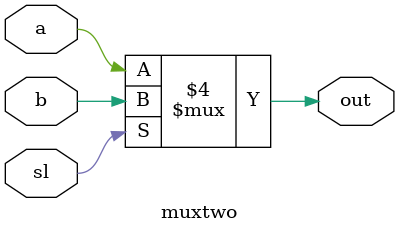
<source format=v>
`timescale 1ns/10ps
module muxtwo(out,a,b,sl);

input a,b,sl;

output out;

reg out;

    always@(sl or a or b )
	    if (! sl) out=a;
	    else out=b;



endmodule



</source>
